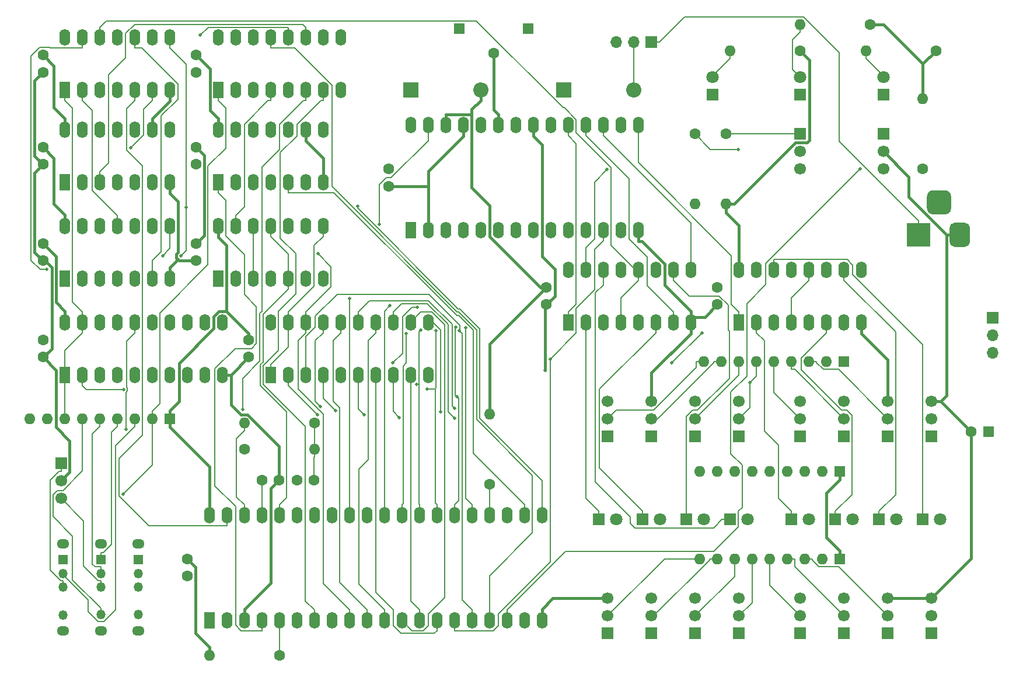
<source format=gbl>
G04 #@! TF.GenerationSoftware,KiCad,Pcbnew,(5.1.9)-1*
G04 #@! TF.CreationDate,2025-11-02T13:22:50+09:00*
G04 #@! TF.ProjectId,ECOM-800,45434f4d-2d38-4303-902e-6b696361645f,rev?*
G04 #@! TF.SameCoordinates,PX53920b0PY93c3260*
G04 #@! TF.FileFunction,Copper,L2,Bot*
G04 #@! TF.FilePolarity,Positive*
%FSLAX46Y46*%
G04 Gerber Fmt 4.6, Leading zero omitted, Abs format (unit mm)*
G04 Created by KiCad (PCBNEW (5.1.9)-1) date 2025-11-02 13:22:50*
%MOMM*%
%LPD*%
G01*
G04 APERTURE LIST*
G04 #@! TA.AperFunction,ComponentPad*
%ADD10C,1.600000*%
G04 #@! TD*
G04 #@! TA.AperFunction,ComponentPad*
%ADD11R,1.600000X1.600000*%
G04 #@! TD*
G04 #@! TA.AperFunction,ComponentPad*
%ADD12R,1.800000X1.800000*%
G04 #@! TD*
G04 #@! TA.AperFunction,ComponentPad*
%ADD13C,1.800000*%
G04 #@! TD*
G04 #@! TA.AperFunction,ComponentPad*
%ADD14R,3.500000X3.500000*%
G04 #@! TD*
G04 #@! TA.AperFunction,ComponentPad*
%ADD15O,1.600000X1.600000*%
G04 #@! TD*
G04 #@! TA.AperFunction,ComponentPad*
%ADD16R,1.700000X1.700000*%
G04 #@! TD*
G04 #@! TA.AperFunction,ComponentPad*
%ADD17O,1.700000X1.700000*%
G04 #@! TD*
G04 #@! TA.AperFunction,ComponentPad*
%ADD18C,1.700000*%
G04 #@! TD*
G04 #@! TA.AperFunction,ComponentPad*
%ADD19O,1.600000X2.400000*%
G04 #@! TD*
G04 #@! TA.AperFunction,ComponentPad*
%ADD20R,1.600000X2.400000*%
G04 #@! TD*
G04 #@! TA.AperFunction,ComponentPad*
%ADD21O,1.800000X1.350000*%
G04 #@! TD*
G04 #@! TA.AperFunction,ComponentPad*
%ADD22R,1.350000X1.350000*%
G04 #@! TD*
G04 #@! TA.AperFunction,ComponentPad*
%ADD23O,1.350000X1.350000*%
G04 #@! TD*
G04 #@! TA.AperFunction,ComponentPad*
%ADD24O,2.200000X2.200000*%
G04 #@! TD*
G04 #@! TA.AperFunction,ComponentPad*
%ADD25R,2.200000X2.200000*%
G04 #@! TD*
G04 #@! TA.AperFunction,ComponentPad*
%ADD26R,1.500000X1.500000*%
G04 #@! TD*
G04 #@! TA.AperFunction,ViaPad*
%ADD27C,0.500000*%
G04 #@! TD*
G04 #@! TA.AperFunction,Conductor*
%ADD28C,0.400000*%
G04 #@! TD*
G04 #@! TA.AperFunction,Conductor*
%ADD29C,0.200000*%
G04 #@! TD*
G04 APERTURE END LIST*
D10*
X9525000Y89575000D03*
X9525000Y92075000D03*
X9525000Y78740000D03*
X9525000Y76240000D03*
X31750000Y92075000D03*
X31750000Y89575000D03*
X30480000Y19050000D03*
X30480000Y16550000D03*
X31750000Y76240000D03*
X31750000Y78740000D03*
X9525000Y62270000D03*
X9525000Y64770000D03*
X59690000Y73065000D03*
X59690000Y75565000D03*
X31750000Y64770000D03*
X31750000Y62270000D03*
X82550000Y58420000D03*
X82550000Y55920000D03*
X107315000Y55920000D03*
X107315000Y58420000D03*
X39370000Y48300000D03*
X39370000Y50800000D03*
X9525000Y50800000D03*
X9525000Y48300000D03*
D11*
X146685000Y37465000D03*
D10*
X144185000Y37465000D03*
X48855000Y30480000D03*
X46355000Y30480000D03*
X43775000Y30480000D03*
X41275000Y30480000D03*
D12*
X106680000Y86360000D03*
D13*
X106680000Y88900000D03*
X119380000Y88900000D03*
D12*
X119380000Y86360000D03*
X131445000Y86360000D03*
D13*
X131445000Y88900000D03*
D12*
X90170000Y24765000D03*
D13*
X92710000Y24765000D03*
X99060000Y24765000D03*
D12*
X96520000Y24765000D03*
X102870000Y24765000D03*
D13*
X105410000Y24765000D03*
X111760000Y24765000D03*
D12*
X109220000Y24765000D03*
X118110000Y24765000D03*
D13*
X120650000Y24765000D03*
X127000000Y24765000D03*
D12*
X124460000Y24765000D03*
X130810000Y24765000D03*
D13*
X133350000Y24765000D03*
X139700000Y24765000D03*
D12*
X137160000Y24765000D03*
D14*
X136525000Y66040000D03*
G04 #@! TA.AperFunction,ComponentPad*
G36*
G01*
X144025000Y67040000D02*
X144025000Y65040000D01*
G75*
G02*
X143275000Y64290000I-750000J0D01*
G01*
X141775000Y64290000D01*
G75*
G02*
X141025000Y65040000I0J750000D01*
G01*
X141025000Y67040000D01*
G75*
G02*
X141775000Y67790000I750000J0D01*
G01*
X143275000Y67790000D01*
G75*
G02*
X144025000Y67040000I0J-750000D01*
G01*
G37*
G04 #@! TD.AperFunction*
G04 #@! TA.AperFunction,ComponentPad*
G36*
G01*
X141275000Y71615000D02*
X141275000Y69865000D01*
G75*
G02*
X140400000Y68990000I-875000J0D01*
G01*
X138650000Y68990000D01*
G75*
G02*
X137775000Y69865000I0J875000D01*
G01*
X137775000Y71615000D01*
G75*
G02*
X138650000Y72490000I875000J0D01*
G01*
X140400000Y72490000D01*
G75*
G02*
X141275000Y71615000I0J-875000D01*
G01*
G37*
G04 #@! TD.AperFunction*
D15*
X108585000Y70485000D03*
D10*
X108585000Y80645000D03*
D15*
X137160000Y85725000D03*
D10*
X137160000Y75565000D03*
X104140000Y80645000D03*
D15*
X104140000Y70485000D03*
X33655000Y5080000D03*
D10*
X43815000Y5080000D03*
X74295000Y29845000D03*
D15*
X74295000Y40005000D03*
X38735000Y38735000D03*
D10*
X48895000Y38735000D03*
X38735000Y34925000D03*
D15*
X48895000Y34925000D03*
X109220000Y92710000D03*
D10*
X119380000Y92710000D03*
X129540000Y96520000D03*
D15*
X119380000Y96520000D03*
X128905000Y92710000D03*
D10*
X139065000Y92710000D03*
D16*
X147320000Y53975000D03*
D17*
X147320000Y51435000D03*
X147320000Y48895000D03*
D16*
X12145000Y32915000D03*
D18*
X12145000Y30375000D03*
X12145000Y27835000D03*
D16*
X131445000Y80645000D03*
D18*
X131445000Y78105000D03*
X131445000Y75565000D03*
X119380000Y75565000D03*
X119380000Y78105000D03*
D16*
X119380000Y80645000D03*
D18*
X91440000Y13335000D03*
X91440000Y10795000D03*
D16*
X91440000Y8255000D03*
X97790000Y8255000D03*
D18*
X97790000Y10795000D03*
X97790000Y13335000D03*
D16*
X104140000Y8255000D03*
D18*
X104140000Y10795000D03*
X104140000Y13335000D03*
D16*
X110490000Y8255000D03*
D18*
X110490000Y10795000D03*
X110490000Y13335000D03*
X119380000Y13335000D03*
X119380000Y10795000D03*
D16*
X119380000Y8255000D03*
D18*
X125730000Y13335000D03*
X125730000Y10795000D03*
D16*
X125730000Y8255000D03*
X132080000Y8255000D03*
D18*
X132080000Y10795000D03*
X132080000Y13335000D03*
X138430000Y13335000D03*
X138430000Y10795000D03*
D16*
X138430000Y8255000D03*
X91440000Y36830000D03*
D18*
X91440000Y39370000D03*
X91440000Y41910000D03*
X97790000Y41910000D03*
X97790000Y39370000D03*
D16*
X97790000Y36830000D03*
D18*
X104140000Y41910000D03*
X104140000Y39370000D03*
D16*
X104140000Y36830000D03*
X110490000Y36830000D03*
D18*
X110490000Y39370000D03*
X110490000Y41910000D03*
X119380000Y41910000D03*
X119380000Y39370000D03*
D16*
X119380000Y36830000D03*
X125730000Y36830000D03*
D18*
X125730000Y39370000D03*
X125730000Y41910000D03*
X132080000Y41910000D03*
X132080000Y39370000D03*
D16*
X132080000Y36830000D03*
X138430000Y36830000D03*
D18*
X138430000Y39370000D03*
X138430000Y41910000D03*
D19*
X12700000Y94615000D03*
X27940000Y86995000D03*
X15240000Y94615000D03*
X25400000Y86995000D03*
X17780000Y94615000D03*
X22860000Y86995000D03*
X20320000Y94615000D03*
X20320000Y86995000D03*
X22860000Y94615000D03*
X17780000Y86995000D03*
X25400000Y94615000D03*
X15240000Y86995000D03*
X27940000Y94615000D03*
D20*
X12700000Y86995000D03*
X12700000Y73660000D03*
D19*
X27940000Y81280000D03*
X15240000Y73660000D03*
X25400000Y81280000D03*
X17780000Y73660000D03*
X22860000Y81280000D03*
X20320000Y73660000D03*
X20320000Y81280000D03*
X22860000Y73660000D03*
X17780000Y81280000D03*
X25400000Y73660000D03*
X15240000Y81280000D03*
X27940000Y73660000D03*
X12700000Y81280000D03*
D20*
X34925000Y86995000D03*
D19*
X52705000Y94615000D03*
X37465000Y86995000D03*
X50165000Y94615000D03*
X40005000Y86995000D03*
X47625000Y94615000D03*
X42545000Y86995000D03*
X45085000Y94615000D03*
X45085000Y86995000D03*
X42545000Y94615000D03*
X47625000Y86995000D03*
X40005000Y94615000D03*
X50165000Y86995000D03*
X37465000Y94615000D03*
X52705000Y86995000D03*
X34925000Y94615000D03*
D20*
X33655000Y10160000D03*
D19*
X81915000Y25400000D03*
X36195000Y10160000D03*
X79375000Y25400000D03*
X38735000Y10160000D03*
X76835000Y25400000D03*
X41275000Y10160000D03*
X74295000Y25400000D03*
X43815000Y10160000D03*
X71755000Y25400000D03*
X46355000Y10160000D03*
X69215000Y25400000D03*
X48895000Y10160000D03*
X66675000Y25400000D03*
X51435000Y10160000D03*
X64135000Y25400000D03*
X53975000Y10160000D03*
X61595000Y25400000D03*
X56515000Y10160000D03*
X59055000Y25400000D03*
X59055000Y10160000D03*
X56515000Y25400000D03*
X61595000Y10160000D03*
X53975000Y25400000D03*
X64135000Y10160000D03*
X51435000Y25400000D03*
X66675000Y10160000D03*
X48895000Y25400000D03*
X69215000Y10160000D03*
X46355000Y25400000D03*
X71755000Y10160000D03*
X43815000Y25400000D03*
X74295000Y10160000D03*
X41275000Y25400000D03*
X76835000Y10160000D03*
X38735000Y25400000D03*
X79375000Y10160000D03*
X36195000Y25400000D03*
X81915000Y10160000D03*
X33655000Y25400000D03*
D20*
X34925000Y73660000D03*
D19*
X50165000Y81280000D03*
X37465000Y73660000D03*
X47625000Y81280000D03*
X40005000Y73660000D03*
X45085000Y81280000D03*
X42545000Y73660000D03*
X42545000Y81280000D03*
X45085000Y73660000D03*
X40005000Y81280000D03*
X47625000Y73660000D03*
X37465000Y81280000D03*
X50165000Y73660000D03*
X34925000Y81280000D03*
D20*
X12700000Y59690000D03*
D19*
X27940000Y67310000D03*
X15240000Y59690000D03*
X25400000Y67310000D03*
X17780000Y59690000D03*
X22860000Y67310000D03*
X20320000Y59690000D03*
X20320000Y67310000D03*
X22860000Y59690000D03*
X17780000Y67310000D03*
X25400000Y59690000D03*
X15240000Y67310000D03*
X27940000Y59690000D03*
X12700000Y67310000D03*
X34925000Y67310000D03*
X50165000Y59690000D03*
X37465000Y67310000D03*
X47625000Y59690000D03*
X40005000Y67310000D03*
X45085000Y59690000D03*
X42545000Y67310000D03*
X42545000Y59690000D03*
X45085000Y67310000D03*
X40005000Y59690000D03*
X47625000Y67310000D03*
X37465000Y59690000D03*
X50165000Y67310000D03*
D20*
X34925000Y59690000D03*
X85725000Y53340000D03*
D19*
X103505000Y60960000D03*
X88265000Y53340000D03*
X100965000Y60960000D03*
X90805000Y53340000D03*
X98425000Y60960000D03*
X93345000Y53340000D03*
X95885000Y60960000D03*
X95885000Y53340000D03*
X93345000Y60960000D03*
X98425000Y53340000D03*
X90805000Y60960000D03*
X100965000Y53340000D03*
X88265000Y60960000D03*
X103505000Y53340000D03*
X85725000Y60960000D03*
X110490000Y60960000D03*
X128270000Y53340000D03*
X113030000Y60960000D03*
X125730000Y53340000D03*
X115570000Y60960000D03*
X123190000Y53340000D03*
X118110000Y60960000D03*
X120650000Y53340000D03*
X120650000Y60960000D03*
X118110000Y53340000D03*
X123190000Y60960000D03*
X115570000Y53340000D03*
X125730000Y60960000D03*
X113030000Y53340000D03*
X128270000Y60960000D03*
D20*
X110490000Y53340000D03*
D19*
X42545000Y53340000D03*
X65405000Y45720000D03*
X45085000Y53340000D03*
X62865000Y45720000D03*
X47625000Y53340000D03*
X60325000Y45720000D03*
X50165000Y53340000D03*
X57785000Y45720000D03*
X52705000Y53340000D03*
X55245000Y45720000D03*
X55245000Y53340000D03*
X52705000Y45720000D03*
X57785000Y53340000D03*
X50165000Y45720000D03*
X60325000Y53340000D03*
X47625000Y45720000D03*
X62865000Y53340000D03*
X45085000Y45720000D03*
X65405000Y53340000D03*
D20*
X42545000Y45720000D03*
X12700000Y45720000D03*
D19*
X35560000Y53340000D03*
X15240000Y45720000D03*
X33020000Y53340000D03*
X17780000Y45720000D03*
X30480000Y53340000D03*
X20320000Y45720000D03*
X27940000Y53340000D03*
X22860000Y45720000D03*
X25400000Y53340000D03*
X25400000Y45720000D03*
X22860000Y53340000D03*
X27940000Y45720000D03*
X20320000Y53340000D03*
X30480000Y45720000D03*
X17780000Y53340000D03*
X33020000Y45720000D03*
X15240000Y53340000D03*
X35560000Y45720000D03*
X12700000Y53340000D03*
D11*
X125095000Y31750000D03*
D15*
X122555000Y31750000D03*
X120015000Y31750000D03*
X117475000Y31750000D03*
X114935000Y31750000D03*
X112395000Y31750000D03*
X109855000Y31750000D03*
X107315000Y31750000D03*
X104775000Y31750000D03*
D11*
X125730000Y47625000D03*
D15*
X123190000Y47625000D03*
X120650000Y47625000D03*
X118110000Y47625000D03*
X115570000Y47625000D03*
X113030000Y47625000D03*
X110490000Y47625000D03*
X107950000Y47625000D03*
X105410000Y47625000D03*
X104775000Y19050000D03*
X107315000Y19050000D03*
X109855000Y19050000D03*
X112395000Y19050000D03*
X114935000Y19050000D03*
X117475000Y19050000D03*
X120015000Y19050000D03*
X122555000Y19050000D03*
D11*
X125095000Y19050000D03*
X27940000Y39370000D03*
D15*
X25400000Y39370000D03*
X22860000Y39370000D03*
X20320000Y39370000D03*
X17780000Y39370000D03*
X15240000Y39370000D03*
X12700000Y39370000D03*
X10160000Y39370000D03*
X7620000Y39370000D03*
D20*
X62865000Y66675000D03*
D19*
X95885000Y81915000D03*
X65405000Y66675000D03*
X93345000Y81915000D03*
X67945000Y66675000D03*
X90805000Y81915000D03*
X70485000Y66675000D03*
X88265000Y81915000D03*
X73025000Y66675000D03*
X85725000Y81915000D03*
X75565000Y66675000D03*
X83185000Y81915000D03*
X78105000Y66675000D03*
X80645000Y81915000D03*
X80645000Y66675000D03*
X78105000Y81915000D03*
X83185000Y66675000D03*
X75565000Y81915000D03*
X85725000Y66675000D03*
X73025000Y81915000D03*
X88265000Y66675000D03*
X70485000Y81915000D03*
X90805000Y66675000D03*
X67945000Y81915000D03*
X93345000Y66675000D03*
X65405000Y81915000D03*
X95885000Y66675000D03*
X62865000Y81915000D03*
D21*
X12446000Y21255000D03*
D22*
X12446000Y18955000D03*
D23*
X12446000Y16955000D03*
X12446000Y14955000D03*
X12446000Y10955000D03*
D21*
X12446000Y8655000D03*
X17907000Y8670000D03*
D23*
X17907000Y10970000D03*
X17907000Y14970000D03*
X17907000Y16970000D03*
D22*
X17907000Y18970000D03*
D21*
X17907000Y21270000D03*
X23368000Y21270000D03*
D22*
X23368000Y18970000D03*
D23*
X23368000Y16970000D03*
X23368000Y14970000D03*
X23368000Y10970000D03*
D21*
X23368000Y8670000D03*
D24*
X95250000Y86995000D03*
D25*
X85090000Y86995000D03*
X62865000Y86995000D03*
D24*
X73025000Y86995000D03*
D16*
X97790000Y93980000D03*
D17*
X95250000Y93980000D03*
X92710000Y93980000D03*
D10*
X74910000Y92365000D03*
D26*
X79910000Y95965000D03*
X69910000Y95965000D03*
D27*
X82361900Y46377900D03*
X128099700Y75565000D03*
X110377700Y78433800D03*
X10082300Y61048400D03*
X22258100Y78664400D03*
X29510000Y62957800D03*
X30317200Y70043300D03*
X55162900Y70193800D03*
X58309900Y67569400D03*
X26877700Y63002200D03*
X112061500Y44588700D03*
X21227200Y43629200D03*
X49309700Y39995000D03*
X51996900Y40515800D03*
X56113000Y39938500D03*
X61185900Y39567200D03*
X67237500Y40389900D03*
X69259200Y39446200D03*
X69247900Y40857900D03*
X49787700Y41166900D03*
X38477300Y40731000D03*
X32368100Y95000000D03*
X21138900Y28426500D03*
X49405300Y63299000D03*
X70821600Y52533700D03*
X69417500Y52639800D03*
X69542800Y42582300D03*
X65298300Y43687500D03*
X66567700Y52133400D03*
X64304600Y52241200D03*
X63711100Y44333600D03*
X62249100Y51763600D03*
X59864100Y55750800D03*
X21590000Y37860900D03*
X91368800Y75529200D03*
X54011700Y56790800D03*
X100760800Y47464200D03*
X105136300Y51839700D03*
X60299700Y47453700D03*
X63812100Y55517500D03*
X83090100Y48014600D03*
X69930800Y52153700D03*
D28*
X31750000Y78740000D02*
X32950400Y77539600D01*
X32950400Y77539600D02*
X32950400Y65970400D01*
X32950400Y65970400D02*
X31750000Y64770000D01*
X34925000Y81280000D02*
X34925000Y82880300D01*
X34925000Y82880300D02*
X33724600Y84080700D01*
X33724600Y84080700D02*
X33724600Y90100400D01*
X33724600Y90100400D02*
X31750000Y92075000D01*
X27940000Y40570300D02*
X29238800Y41869100D01*
X29238800Y41869100D02*
X29238800Y47421900D01*
X29238800Y47421900D02*
X34290000Y52473100D01*
X34290000Y52473100D02*
X34290000Y54172000D01*
X34290000Y54172000D02*
X35077100Y54959100D01*
X35077100Y54959100D02*
X36159800Y54959100D01*
X27940000Y39370000D02*
X27940000Y38169700D01*
X33655000Y27000300D02*
X33655000Y32454700D01*
X33655000Y32454700D02*
X27940000Y38169700D01*
X74295000Y40005000D02*
X74295000Y41205300D01*
X74295000Y41205300D02*
X74295000Y50165000D01*
X74295000Y50165000D02*
X82550000Y58420000D01*
X34925000Y67310000D02*
X34925000Y65709700D01*
X39370000Y50800000D02*
X39370000Y51748900D01*
X39370000Y51748900D02*
X36159800Y54959100D01*
X34925000Y65709700D02*
X36159800Y64474900D01*
X36159800Y64474900D02*
X36159800Y54959100D01*
X12700000Y54940300D02*
X11381300Y56259000D01*
X11381300Y56259000D02*
X11381300Y62913700D01*
X11381300Y62913700D02*
X9525000Y64770000D01*
X125095000Y19050000D02*
X125095000Y20250300D01*
X125095000Y31750000D02*
X125095000Y30549700D01*
X125095000Y30549700D02*
X123159600Y28614300D01*
X123159600Y28614300D02*
X123159600Y22185700D01*
X123159600Y22185700D02*
X125095000Y20250300D01*
X71728400Y83515300D02*
X71728400Y72863900D01*
X71728400Y72863900D02*
X74295000Y70297300D01*
X74295000Y70297300D02*
X74295000Y65774700D01*
X74295000Y65774700D02*
X81649700Y58420000D01*
X81649700Y58420000D02*
X82550000Y58420000D01*
X73025000Y85494700D02*
X71728400Y84198100D01*
X71728400Y84198100D02*
X71728400Y83515300D01*
X67945000Y83515300D02*
X71728400Y83515300D01*
X33655000Y5080000D02*
X33655000Y6280300D01*
X30480000Y19050000D02*
X31680400Y17849600D01*
X31680400Y17849600D02*
X31680400Y8254900D01*
X31680400Y8254900D02*
X33655000Y6280300D01*
X12700000Y67310000D02*
X12700000Y68910300D01*
X12700000Y68910300D02*
X11099700Y70510600D01*
X11099700Y70510600D02*
X11099700Y77165300D01*
X11099700Y77165300D02*
X9525000Y78740000D01*
X12700000Y53340000D02*
X12700000Y54940300D01*
X137160000Y90805000D02*
X137160000Y85725000D01*
X139065000Y92710000D02*
X137160000Y90805000D01*
X129540000Y96520000D02*
X131445000Y96520000D01*
X131445000Y96520000D02*
X137160000Y90805000D01*
X108585000Y70485000D02*
X109785300Y70485000D01*
X119380000Y92710000D02*
X120733000Y91357000D01*
X120733000Y91357000D02*
X120733000Y79714600D01*
X120733000Y79714600D02*
X120413000Y79394600D01*
X120413000Y79394600D02*
X118694900Y79394600D01*
X118694900Y79394600D02*
X109785300Y70485000D01*
X108585000Y70485000D02*
X108585000Y69284700D01*
X110490000Y60960000D02*
X110490000Y67379700D01*
X110490000Y67379700D02*
X108585000Y69284700D01*
X67945000Y81915000D02*
X67945000Y83515300D01*
X73025000Y86995000D02*
X73025000Y85494700D01*
X27940000Y39370000D02*
X27940000Y40570300D01*
X12700000Y81280000D02*
X12700000Y82880300D01*
X12700000Y82880300D02*
X11099700Y84480600D01*
X11099700Y84480600D02*
X11099700Y90500300D01*
X11099700Y90500300D02*
X9525000Y92075000D01*
X33655000Y25400000D02*
X33655000Y27000300D01*
X47625000Y81280000D02*
X47625000Y79679700D01*
X50165000Y73660000D02*
X50165000Y77139700D01*
X50165000Y77139700D02*
X47625000Y79679700D01*
X81915000Y10160000D02*
X81915000Y11760300D01*
X91440000Y13335000D02*
X83489700Y13335000D01*
X83489700Y13335000D02*
X81915000Y11760300D01*
X36790000Y45720000D02*
X36790000Y41429400D01*
X36790000Y41429400D02*
X38255100Y39964300D01*
X38255100Y39964300D02*
X39203400Y39964300D01*
X39203400Y39964300D02*
X43775000Y35392700D01*
X43775000Y35392700D02*
X43775000Y30480000D01*
X103505000Y53340000D02*
X103505000Y51739700D01*
X97790000Y41910000D02*
X97790000Y46024700D01*
X97790000Y46024700D02*
X103505000Y51739700D01*
X65405000Y73065000D02*
X65405000Y66675000D01*
X70485000Y80314700D02*
X65405000Y75234700D01*
X65405000Y75234700D02*
X65405000Y73065000D01*
X59690000Y73065000D02*
X65405000Y73065000D01*
X70485000Y81915000D02*
X70485000Y80314700D01*
X29099000Y62449300D02*
X29240700Y62307500D01*
X29240700Y62307500D02*
X29333400Y62307500D01*
X29333400Y62307500D02*
X29370900Y62270000D01*
X29370900Y62270000D02*
X31750000Y62270000D01*
X27940000Y72059700D02*
X29145300Y70854400D01*
X29145300Y70854400D02*
X29145300Y63512700D01*
X29145300Y63512700D02*
X28859700Y63227100D01*
X28859700Y63227100D02*
X28859700Y62688500D01*
X28859700Y62688500D02*
X29099000Y62449300D01*
X29099000Y62449300D02*
X27940000Y61290300D01*
X27940000Y59690000D02*
X27940000Y61290300D01*
X27940000Y73660000D02*
X27940000Y72059700D01*
X75565000Y81915000D02*
X75565000Y83515300D01*
X74910000Y92365000D02*
X74910000Y84170300D01*
X74910000Y84170300D02*
X75565000Y83515300D01*
X82550000Y55920000D02*
X82361900Y55731900D01*
X82361900Y55731900D02*
X82361900Y46377900D01*
X9525000Y48300000D02*
X10781000Y49556000D01*
X10781000Y49556000D02*
X10781000Y61269400D01*
X10781000Y61269400D02*
X9780400Y62270000D01*
X9780400Y62270000D02*
X9525000Y62270000D01*
X36790000Y45720000D02*
X39370000Y48300000D01*
X35560000Y45720000D02*
X36790000Y45720000D01*
X38735000Y11760300D02*
X42545000Y15570300D01*
X42545000Y15570300D02*
X42545000Y29250000D01*
X42545000Y29250000D02*
X43775000Y30480000D01*
X80645000Y81915000D02*
X80645000Y80314700D01*
X80645000Y80314700D02*
X81915000Y79044700D01*
X81915000Y79044700D02*
X81915000Y62922400D01*
X81915000Y62922400D02*
X83768400Y61069000D01*
X83768400Y61069000D02*
X83768400Y57138400D01*
X83768400Y57138400D02*
X82550000Y55920000D01*
X38735000Y10160000D02*
X38735000Y11760300D01*
X9525000Y48300000D02*
X11430000Y46395000D01*
X11430000Y46395000D02*
X11430000Y38144000D01*
X11430000Y38144000D02*
X13395400Y36178600D01*
X13395400Y36178600D02*
X13395400Y31625400D01*
X13395400Y31625400D02*
X12145000Y30375000D01*
X9525000Y76240000D02*
X8313600Y77451400D01*
X8313600Y77451400D02*
X8313600Y88363600D01*
X8313600Y88363600D02*
X9525000Y89575000D01*
X9525000Y76240000D02*
X8312300Y75027300D01*
X8312300Y75027300D02*
X8312300Y63482700D01*
X8312300Y63482700D02*
X9525000Y62270000D01*
X27940000Y85394700D02*
X27914400Y85394700D01*
X27914400Y85394700D02*
X25400000Y82880300D01*
X140616600Y66040000D02*
X142525000Y66040000D01*
X131445000Y78105000D02*
X135125000Y74425000D01*
X135125000Y74425000D02*
X135125000Y71531600D01*
X135125000Y71531600D02*
X140616600Y66040000D01*
X140616600Y66040000D02*
X140616600Y42786600D01*
X140616600Y42786600D02*
X139740000Y41910000D01*
X139740000Y41910000D02*
X144185000Y37465000D01*
X138430000Y41910000D02*
X139740000Y41910000D01*
X138430000Y13335000D02*
X144185000Y19090000D01*
X144185000Y19090000D02*
X144185000Y37465000D01*
X132080000Y13335000D02*
X138430000Y13335000D01*
X25400000Y81280000D02*
X25400000Y82880300D01*
X27940000Y86995000D02*
X27940000Y85394700D01*
X103505000Y54140200D02*
X105535200Y54140200D01*
X105535200Y54140200D02*
X107315000Y55920000D01*
X103505000Y54140200D02*
X103505000Y54940300D01*
X103505000Y53340000D02*
X103505000Y54140200D01*
X128270000Y53340000D02*
X128270000Y51739700D01*
X128270000Y51739700D02*
X132080000Y47929700D01*
X132080000Y47929700D02*
X132080000Y41910000D01*
X95885000Y66675000D02*
X95885000Y65074700D01*
X95885000Y65074700D02*
X96410100Y65074700D01*
X96410100Y65074700D02*
X99695000Y61789800D01*
X99695000Y61789800D02*
X99695000Y58750300D01*
X99695000Y58750300D02*
X103505000Y54940300D01*
D29*
X15240000Y86995000D02*
X15240000Y85494700D01*
X20320000Y67310000D02*
X20320000Y68810300D01*
X20320000Y68810300D02*
X16679600Y72450700D01*
X16679600Y72450700D02*
X16679600Y84055100D01*
X16679600Y84055100D02*
X15240000Y85494700D01*
X40005000Y67310000D02*
X40005000Y59690000D01*
X109220000Y92710000D02*
X109220000Y91609700D01*
X109220000Y91609700D02*
X106680000Y89069700D01*
X106680000Y89069700D02*
X106680000Y88900000D01*
X119380000Y96520000D02*
X119380000Y95419700D01*
X119380000Y95419700D02*
X118279200Y94318900D01*
X118279200Y94318900D02*
X118279200Y90000800D01*
X118279200Y90000800D02*
X119380000Y88900000D01*
X128905000Y92710000D02*
X128905000Y91609700D01*
X128905000Y91609700D02*
X131445000Y89069700D01*
X131445000Y89069700D02*
X131445000Y88900000D01*
X90170000Y24765000D02*
X90170000Y25965300D01*
X88265000Y53340000D02*
X88265000Y27870300D01*
X88265000Y27870300D02*
X90170000Y25965300D01*
X96520000Y24765000D02*
X96520000Y25965300D01*
X98425000Y53340000D02*
X98425000Y51839700D01*
X98425000Y51839700D02*
X90263800Y43678500D01*
X90263800Y43678500D02*
X90263800Y32221500D01*
X90263800Y32221500D02*
X96520000Y25965300D01*
X100965000Y60960000D02*
X100965000Y59459700D01*
X100965000Y59459700D02*
X103254700Y57170000D01*
X103254700Y57170000D02*
X107636200Y57170000D01*
X107636200Y57170000D02*
X108934900Y55871300D01*
X108934900Y55871300D02*
X108934900Y52213100D01*
X108934900Y52213100D02*
X109077400Y52070600D01*
X109077400Y52070600D02*
X109077400Y45215500D01*
X109077400Y45215500D02*
X104501900Y40640000D01*
X104501900Y40640000D02*
X103777000Y40640000D01*
X103777000Y40640000D02*
X102870000Y39733000D01*
X102870000Y39733000D02*
X102870000Y24765000D01*
X109220000Y24765000D02*
X108019700Y24765000D01*
X90805000Y60960000D02*
X90805000Y58787700D01*
X90805000Y58787700D02*
X89643400Y57626100D01*
X89643400Y57626100D02*
X89643400Y30227300D01*
X89643400Y30227300D02*
X94756700Y25114000D01*
X94756700Y25114000D02*
X94756700Y24242400D01*
X94756700Y24242400D02*
X95434400Y23564700D01*
X95434400Y23564700D02*
X106819400Y23564700D01*
X106819400Y23564700D02*
X108019700Y24765000D01*
X118110000Y25965300D02*
X116205000Y27870300D01*
X116205000Y27870300D02*
X116205000Y35523100D01*
X116205000Y35523100D02*
X114162400Y37565700D01*
X114162400Y37565700D02*
X114162400Y50707300D01*
X114162400Y50707300D02*
X113030000Y51839700D01*
X118110000Y24765000D02*
X118110000Y25965300D01*
X113030000Y53340000D02*
X113030000Y51839700D01*
X97790000Y93980000D02*
X98940300Y93980000D01*
X136525000Y66040000D02*
X136525000Y68090300D01*
X136525000Y68090300D02*
X125046300Y79569000D01*
X125046300Y79569000D02*
X125046300Y92432600D01*
X125046300Y92432600D02*
X119858200Y97620700D01*
X119858200Y97620700D02*
X102581000Y97620700D01*
X102581000Y97620700D02*
X98940300Y93980000D01*
X119380000Y80645000D02*
X108585000Y80645000D01*
X76835000Y11660300D02*
X85325100Y20150400D01*
X85325100Y20150400D02*
X106846500Y20150400D01*
X106846500Y20150400D02*
X110420400Y23724300D01*
X110420400Y23724300D02*
X110420400Y25965400D01*
X110420400Y25965400D02*
X110959800Y26504800D01*
X110959800Y26504800D02*
X110959800Y32644800D01*
X110959800Y32644800D02*
X109298300Y34306300D01*
X109298300Y34306300D02*
X109298300Y43260400D01*
X109298300Y43260400D02*
X111618400Y45580500D01*
X111618400Y45580500D02*
X111618400Y56056400D01*
X111618400Y56056400D02*
X114386400Y58824400D01*
X114386400Y58824400D02*
X114386400Y61851700D01*
X114386400Y61851700D02*
X128099700Y75565000D01*
X76835000Y10160000D02*
X76835000Y11660300D01*
X48895000Y34925000D02*
X48895000Y33824700D01*
X48895000Y33824700D02*
X48855000Y33784700D01*
X48855000Y33784700D02*
X48855000Y30480000D01*
X48895000Y34925000D02*
X48895000Y38735000D01*
X41275000Y25400000D02*
X41275000Y30480000D01*
X124460000Y24765000D02*
X124460000Y25965300D01*
X123190000Y53340000D02*
X123190000Y51839700D01*
X123190000Y51839700D02*
X119542000Y48191700D01*
X119542000Y48191700D02*
X119542000Y46466100D01*
X119542000Y46466100D02*
X125368100Y40640000D01*
X125368100Y40640000D02*
X126124300Y40640000D01*
X126124300Y40640000D02*
X126880400Y39883900D01*
X126880400Y39883900D02*
X126880400Y28385700D01*
X126880400Y28385700D02*
X124460000Y25965300D01*
X125730000Y59459700D02*
X133244500Y51945200D01*
X133244500Y51945200D02*
X133244500Y28399800D01*
X133244500Y28399800D02*
X130810000Y25965300D01*
X130810000Y24765000D02*
X130810000Y25965300D01*
X125730000Y60960000D02*
X125730000Y59459700D01*
X115570000Y60960000D02*
X115570000Y62460300D01*
X115570000Y62460300D02*
X126198600Y62460300D01*
X126198600Y62460300D02*
X127000000Y61658900D01*
X127000000Y61658900D02*
X127000000Y60251600D01*
X127000000Y60251600D02*
X137160000Y50091600D01*
X137160000Y50091600D02*
X137160000Y24765000D01*
X104140000Y80645000D02*
X106351200Y78433800D01*
X106351200Y78433800D02*
X110377700Y78433800D01*
X43815000Y10160000D02*
X43815000Y5080000D01*
X74295000Y25400000D02*
X74295000Y29845000D01*
X38735000Y38735000D02*
X38735000Y37634700D01*
X38735000Y25400000D02*
X38735000Y26900300D01*
X38735000Y26900300D02*
X37594700Y28040600D01*
X37594700Y28040600D02*
X37594700Y36494400D01*
X37594700Y36494400D02*
X38735000Y37634700D01*
X12145000Y32915000D02*
X12145000Y31764700D01*
X12446000Y14955000D02*
X12446000Y15930300D01*
X12446000Y15930300D02*
X12080300Y15930300D01*
X12080300Y15930300D02*
X10568800Y17441800D01*
X10568800Y17441800D02*
X10568800Y30476100D01*
X10568800Y30476100D02*
X11857400Y31764700D01*
X11857400Y31764700D02*
X12145000Y31764700D01*
X17907000Y14970000D02*
X17907000Y15945300D01*
X17907000Y15945300D02*
X17541300Y15945300D01*
X17541300Y15945300D02*
X15419200Y18067400D01*
X15419200Y18067400D02*
X15419200Y24560800D01*
X15419200Y24560800D02*
X12145000Y27835000D01*
X15240000Y94615000D02*
X15240000Y93114700D01*
X15240000Y93114700D02*
X10595500Y93114700D01*
X10595500Y93114700D02*
X10496300Y93213900D01*
X10496300Y93213900D02*
X9045100Y93213900D01*
X9045100Y93213900D02*
X7811900Y91980700D01*
X7811900Y91980700D02*
X7811900Y62335200D01*
X7811900Y62335200D02*
X9098700Y61048400D01*
X9098700Y61048400D02*
X10082300Y61048400D01*
X25400000Y85494700D02*
X24130000Y84224700D01*
X24130000Y84224700D02*
X24130000Y80536300D01*
X24130000Y80536300D02*
X22258100Y78664400D01*
X25400000Y86995000D02*
X25400000Y85494700D01*
X17780000Y94615000D02*
X17780000Y96115300D01*
X95885000Y60526500D02*
X91919200Y64492300D01*
X91919200Y64492300D02*
X91919200Y75765900D01*
X91919200Y75765900D02*
X86869900Y80815200D01*
X86869900Y80815200D02*
X86869900Y82729700D01*
X86869900Y82729700D02*
X85136100Y84463500D01*
X85136100Y84463500D02*
X84988400Y84463500D01*
X84988400Y84463500D02*
X72401300Y97050600D01*
X72401300Y97050600D02*
X18715300Y97050600D01*
X18715300Y97050600D02*
X17780000Y96115300D01*
X95885000Y60526500D02*
X95885000Y59459700D01*
X95885000Y60960000D02*
X95885000Y60526500D01*
X93345000Y53340000D02*
X93345000Y56919700D01*
X93345000Y56919700D02*
X95885000Y59459700D01*
X120650000Y60960000D02*
X120650000Y59459700D01*
X118110000Y53340000D02*
X118110000Y56919700D01*
X118110000Y56919700D02*
X120650000Y59459700D01*
X22860000Y86995000D02*
X22860000Y85494700D01*
X36195000Y25400000D02*
X36195000Y23899700D01*
X36195000Y23899700D02*
X24874800Y23899700D01*
X24874800Y23899700D02*
X20549800Y28224700D01*
X20549800Y28224700D02*
X20549800Y33582700D01*
X20549800Y33582700D02*
X23960400Y36993300D01*
X23960400Y36993300D02*
X23960400Y76026000D01*
X23960400Y76026000D02*
X21690400Y78296000D01*
X21690400Y78296000D02*
X21690400Y84325100D01*
X21690400Y84325100D02*
X22860000Y85494700D01*
X22860000Y93114700D02*
X23838100Y93114700D01*
X23838100Y93114700D02*
X29097500Y87855300D01*
X29097500Y87855300D02*
X29097500Y85711300D01*
X29097500Y85711300D02*
X26670000Y83283800D01*
X26670000Y83283800D02*
X26670000Y63572700D01*
X26670000Y63572700D02*
X25400000Y62302700D01*
X25400000Y62302700D02*
X25400000Y61190300D01*
X22860000Y94615000D02*
X22860000Y93114700D01*
X25400000Y59690000D02*
X25400000Y61190300D01*
X30317200Y70043300D02*
X30317200Y90737500D01*
X30317200Y90737500D02*
X27940000Y93114700D01*
X29510000Y62957800D02*
X30317200Y63765000D01*
X30317200Y63765000D02*
X30317200Y70043300D01*
X27940000Y94615000D02*
X27940000Y93114700D01*
X17780000Y75160300D02*
X19050000Y76430300D01*
X19050000Y76430300D02*
X19050000Y89217000D01*
X19050000Y89217000D02*
X21490300Y91657300D01*
X21490300Y91657300D02*
X21490300Y95207000D01*
X21490300Y95207000D02*
X22807700Y96524400D01*
X22807700Y96524400D02*
X47215900Y96524400D01*
X47215900Y96524400D02*
X47625000Y96115300D01*
X17780000Y73660000D02*
X17780000Y75160300D01*
X47625000Y94615000D02*
X47625000Y96115300D01*
X37465000Y67310000D02*
X37465000Y68810300D01*
X42545000Y86995000D02*
X42545000Y85494700D01*
X42545000Y85494700D02*
X42169900Y85494700D01*
X42169900Y85494700D02*
X38735000Y82059800D01*
X38735000Y82059800D02*
X38735000Y70080300D01*
X38735000Y70080300D02*
X37465000Y68810300D01*
X74295000Y10160000D02*
X74295000Y16617800D01*
X74295000Y16617800D02*
X80507700Y22830500D01*
X80507700Y22830500D02*
X80507700Y31190000D01*
X80507700Y31190000D02*
X72455100Y39242600D01*
X72455100Y39242600D02*
X72455100Y52259900D01*
X72455100Y52259900D02*
X69834100Y54880900D01*
X69834100Y54880900D02*
X69621800Y54880900D01*
X69621800Y54880900D02*
X51435000Y73067700D01*
X51435000Y73067700D02*
X51435000Y87720900D01*
X51435000Y87720900D02*
X46041200Y93114700D01*
X46041200Y93114700D02*
X42545000Y93114700D01*
X42545000Y94615000D02*
X42545000Y93114700D01*
X50165000Y86995000D02*
X50165000Y85494700D01*
X48895000Y10160000D02*
X48895000Y11660300D01*
X48895000Y11660300D02*
X47605000Y12950300D01*
X47605000Y12950300D02*
X47605000Y38235300D01*
X47605000Y38235300D02*
X41444700Y44395600D01*
X41444700Y44395600D02*
X41444700Y47044400D01*
X41444700Y47044400D02*
X43645400Y49245100D01*
X43645400Y49245100D02*
X43645400Y54930300D01*
X43645400Y54930300D02*
X46187900Y57472800D01*
X46187900Y57472800D02*
X46187900Y63291700D01*
X46187900Y63291700D02*
X43944400Y65535200D01*
X43944400Y65535200D02*
X43944400Y77939200D01*
X43944400Y77939200D02*
X46355000Y80349800D01*
X46355000Y80349800D02*
X46355000Y82026700D01*
X46355000Y82026700D02*
X49823000Y85494700D01*
X49823000Y85494700D02*
X50165000Y85494700D01*
X81915000Y25400000D02*
X81915000Y30388600D01*
X81915000Y30388600D02*
X72855400Y39448200D01*
X72855400Y39448200D02*
X72855400Y52433600D01*
X72855400Y52433600D02*
X70007800Y55281200D01*
X70007800Y55281200D02*
X69787900Y55281200D01*
X69787900Y55281200D02*
X55162900Y69906200D01*
X55162900Y69906200D02*
X55162900Y70193800D01*
X45085000Y73660000D02*
X45085000Y72159700D01*
X79375000Y25400000D02*
X79375000Y26900300D01*
X79375000Y26900300D02*
X71913400Y34361900D01*
X71913400Y34361900D02*
X71913400Y52235500D01*
X71913400Y52235500D02*
X69809900Y54339000D01*
X69809900Y54339000D02*
X69541700Y54339000D01*
X69541700Y54339000D02*
X51721000Y72159700D01*
X51721000Y72159700D02*
X45085000Y72159700D01*
X34925000Y72159700D02*
X36025300Y71059400D01*
X36025300Y71059400D02*
X36025300Y65854900D01*
X36025300Y65854900D02*
X38735000Y63145200D01*
X38735000Y63145200D02*
X38735000Y57366900D01*
X38735000Y57366900D02*
X40483000Y55618900D01*
X40483000Y55618900D02*
X40483000Y50295700D01*
X40483000Y50295700D02*
X39737300Y49550000D01*
X39737300Y49550000D02*
X37378200Y49550000D01*
X37378200Y49550000D02*
X34457000Y46628800D01*
X34457000Y46628800D02*
X34457000Y29637700D01*
X34457000Y29637700D02*
X37465000Y26629700D01*
X37465000Y26629700D02*
X37465000Y9451700D01*
X37465000Y9451700D02*
X38257000Y8659700D01*
X38257000Y8659700D02*
X41275000Y8659700D01*
X34925000Y73660000D02*
X34925000Y72159700D01*
X41275000Y10160000D02*
X41275000Y8659700D01*
X45085000Y58189700D02*
X41444700Y54549400D01*
X41444700Y54549400D02*
X41444700Y47610500D01*
X41444700Y47610500D02*
X41044400Y47210200D01*
X41044400Y47210200D02*
X41044400Y44229800D01*
X41044400Y44229800D02*
X44877900Y40396300D01*
X44877900Y40396300D02*
X44877900Y27963200D01*
X44877900Y27963200D02*
X43815000Y26900300D01*
X45085000Y59690000D02*
X45085000Y58189700D01*
X43815000Y25400000D02*
X43815000Y26900300D01*
X42545000Y65809700D02*
X45085000Y63269700D01*
X45085000Y63269700D02*
X45085000Y59690000D01*
X42545000Y67310000D02*
X42545000Y65809700D01*
X65405000Y81915000D02*
X65405000Y79688700D01*
X65405000Y79688700D02*
X60031300Y74315000D01*
X60031300Y74315000D02*
X59310500Y74315000D01*
X59310500Y74315000D02*
X58309900Y73314400D01*
X58309900Y73314400D02*
X58309900Y67569400D01*
X26877700Y63002200D02*
X27940000Y64064500D01*
X27940000Y64064500D02*
X27940000Y67310000D01*
X42545000Y45720000D02*
X42545000Y47220300D01*
X42545000Y47220300D02*
X45085000Y49760300D01*
X45085000Y49760300D02*
X45085000Y51839700D01*
X50165000Y65809700D02*
X48855000Y64499700D01*
X48855000Y64499700D02*
X48855000Y58610300D01*
X48855000Y58610300D02*
X45085000Y54840300D01*
X50165000Y67310000D02*
X50165000Y65809700D01*
X45085000Y53340000D02*
X45085000Y54840300D01*
X45085000Y52589900D02*
X45085000Y53340000D01*
X45085000Y52589900D02*
X45085000Y51839700D01*
X120650000Y47625000D02*
X121750300Y47625000D01*
X121750300Y47625000D02*
X121750300Y47487300D01*
X121750300Y47487300D02*
X122712900Y46524700D01*
X122712900Y46524700D02*
X124925300Y46524700D01*
X124925300Y46524700D02*
X132080000Y39370000D01*
X118110000Y47625000D02*
X118110000Y46524700D01*
X118110000Y46524700D02*
X118575300Y46524700D01*
X118575300Y46524700D02*
X125730000Y39370000D01*
X115570000Y47625000D02*
X115570000Y43180000D01*
X115570000Y43180000D02*
X119380000Y39370000D01*
X110490000Y39370000D02*
X112061500Y40941500D01*
X112061500Y40941500D02*
X112061500Y44588700D01*
X112061500Y44588700D02*
X113030000Y45557200D01*
X113030000Y45557200D02*
X113030000Y47625000D01*
X110490000Y47625000D02*
X110490000Y46524700D01*
X110490000Y46524700D02*
X110490000Y45720000D01*
X110490000Y45720000D02*
X104140000Y39370000D01*
X107950000Y47625000D02*
X106849700Y47625000D01*
X106849700Y47625000D02*
X106849700Y47487500D01*
X106849700Y47487500D02*
X98732200Y39370000D01*
X98732200Y39370000D02*
X97790000Y39370000D01*
X15240000Y45720000D02*
X15240000Y44219700D01*
X21227200Y43629200D02*
X15830500Y43629200D01*
X15830500Y43629200D02*
X15240000Y44219700D01*
X105410000Y47625000D02*
X104309700Y47625000D01*
X104309700Y47625000D02*
X104309700Y46799800D01*
X104309700Y46799800D02*
X98149900Y40640000D01*
X98149900Y40640000D02*
X92710000Y40640000D01*
X92710000Y40640000D02*
X91440000Y39370000D01*
X45085000Y44219700D02*
X49309700Y39995000D01*
X45085000Y45720000D02*
X45085000Y44219700D01*
X104775000Y19050000D02*
X99695000Y19050000D01*
X99695000Y19050000D02*
X91440000Y10795000D01*
X51996900Y40515800D02*
X50165000Y42347700D01*
X50165000Y42347700D02*
X50165000Y45720000D01*
X107315000Y19050000D02*
X106214700Y19050000D01*
X106214700Y19050000D02*
X106214700Y18912500D01*
X106214700Y18912500D02*
X98097200Y10795000D01*
X98097200Y10795000D02*
X97790000Y10795000D01*
X55245000Y45720000D02*
X55245000Y40806500D01*
X55245000Y40806500D02*
X56113000Y39938500D01*
X109855000Y19050000D02*
X109855000Y16510000D01*
X109855000Y16510000D02*
X104140000Y10795000D01*
X60325000Y44219700D02*
X60325000Y40428100D01*
X60325000Y40428100D02*
X61185900Y39567200D01*
X60325000Y45720000D02*
X60325000Y44219700D01*
X110490000Y10795000D02*
X112395000Y12700000D01*
X112395000Y12700000D02*
X112395000Y19050000D01*
X65405000Y53340000D02*
X66139400Y53340000D01*
X66139400Y53340000D02*
X67237500Y52241900D01*
X67237500Y52241900D02*
X67237500Y40389900D01*
X114935000Y19050000D02*
X114935000Y15240000D01*
X114935000Y15240000D02*
X119380000Y10795000D01*
X60325000Y54840300D02*
X61557700Y56073000D01*
X61557700Y56073000D02*
X65295900Y56073000D01*
X65295900Y56073000D02*
X68319000Y53049900D01*
X68319000Y53049900D02*
X68319000Y40386400D01*
X68319000Y40386400D02*
X69259200Y39446200D01*
X60325000Y53340000D02*
X60325000Y54840300D01*
X117475000Y19050000D02*
X118575300Y19050000D01*
X118575300Y19050000D02*
X118575300Y17949700D01*
X118575300Y17949700D02*
X125730000Y10795000D01*
X55245000Y54840300D02*
X56889900Y56485200D01*
X56889900Y56485200D02*
X65450100Y56485200D01*
X65450100Y56485200D02*
X68867200Y53068100D01*
X68867200Y53068100D02*
X68867200Y41238600D01*
X68867200Y41238600D02*
X69247900Y40857900D01*
X55245000Y53340000D02*
X55245000Y54840300D01*
X120015000Y19050000D02*
X121115300Y19050000D01*
X121115300Y19050000D02*
X121115300Y18912300D01*
X121115300Y18912300D02*
X122077900Y17949700D01*
X122077900Y17949700D02*
X124925300Y17949700D01*
X124925300Y17949700D02*
X132080000Y10795000D01*
X50165000Y53340000D02*
X50165000Y51839700D01*
X49787700Y41166900D02*
X49036800Y41917800D01*
X49036800Y41917800D02*
X49036800Y50711500D01*
X49036800Y50711500D02*
X50165000Y51839700D01*
X47625000Y85494700D02*
X47283000Y85494700D01*
X47283000Y85494700D02*
X43815000Y82026700D01*
X43815000Y82026700D02*
X43815000Y78376100D01*
X43815000Y78376100D02*
X41275000Y75836100D01*
X41275000Y75836100D02*
X41275000Y54946000D01*
X41275000Y54946000D02*
X40990000Y54661000D01*
X40990000Y54661000D02*
X40990000Y47721900D01*
X40990000Y47721900D02*
X38477300Y45209200D01*
X38477300Y45209200D02*
X38477300Y40731000D01*
X47625000Y86995000D02*
X47625000Y85494700D01*
X22860000Y39370000D02*
X22860000Y38269700D01*
X12446000Y16955000D02*
X12446000Y16787600D01*
X12446000Y16787600D02*
X16092500Y13141100D01*
X16092500Y13141100D02*
X16092500Y11391200D01*
X16092500Y11391200D02*
X17515800Y9967900D01*
X17515800Y9967900D02*
X18375600Y9967900D01*
X18375600Y9967900D02*
X20068400Y11660700D01*
X20068400Y11660700D02*
X20068400Y35478100D01*
X20068400Y35478100D02*
X22860000Y38269700D01*
X20320000Y38269700D02*
X19463900Y37413600D01*
X19463900Y37413600D02*
X19463900Y21136500D01*
X19463900Y21136500D02*
X18272700Y19945300D01*
X18272700Y19945300D02*
X17907000Y19945300D01*
X20320000Y39370000D02*
X20320000Y38269700D01*
X17907000Y18970000D02*
X17907000Y19945300D01*
X17780000Y39370000D02*
X17780000Y38269700D01*
X17907000Y16970000D02*
X17907000Y17945300D01*
X17907000Y17945300D02*
X17053600Y17945300D01*
X17053600Y17945300D02*
X16700400Y18298500D01*
X16700400Y18298500D02*
X16700400Y37190100D01*
X16700400Y37190100D02*
X17780000Y38269700D01*
X17907000Y10970000D02*
X17907000Y11945300D01*
X17907000Y11945300D02*
X13818600Y16033700D01*
X13818600Y16033700D02*
X13818600Y22376000D01*
X13818600Y22376000D02*
X10994700Y25199900D01*
X10994700Y25199900D02*
X10994700Y28382100D01*
X10994700Y28382100D02*
X11605700Y28993100D01*
X11605700Y28993100D02*
X12407200Y28993100D01*
X12407200Y28993100D02*
X15240000Y31825900D01*
X15240000Y31825900D02*
X15240000Y39370000D01*
X15240000Y53340000D02*
X15240000Y51839700D01*
X12700000Y45720000D02*
X12700000Y49299700D01*
X12700000Y49299700D02*
X15240000Y51839700D01*
X12700000Y39370000D02*
X12700000Y45720000D01*
X12700000Y86995000D02*
X12700000Y85494700D01*
X15240000Y53340000D02*
X15240000Y54840300D01*
X15240000Y54840300D02*
X13800300Y56280000D01*
X13800300Y56280000D02*
X13800300Y84394400D01*
X13800300Y84394400D02*
X12700000Y85494700D01*
X45085000Y94615000D02*
X45085000Y96115300D01*
X45085000Y96115300D02*
X33483400Y96115300D01*
X33483400Y96115300D02*
X32368100Y95000000D01*
X25400000Y39370000D02*
X25400000Y40470300D01*
X25400000Y40470300D02*
X26500300Y41570600D01*
X26500300Y41570600D02*
X26500300Y54731100D01*
X26500300Y54731100D02*
X33450800Y61681600D01*
X33450800Y61681600D02*
X33450800Y76016700D01*
X33450800Y76016700D02*
X36025300Y78591200D01*
X36025300Y78591200D02*
X36025300Y84394400D01*
X36025300Y84394400D02*
X34925000Y85494700D01*
X21138900Y28426500D02*
X25400000Y32687600D01*
X25400000Y32687600D02*
X25400000Y39370000D01*
X34925000Y86995000D02*
X34925000Y85494700D01*
X85725000Y80414700D02*
X86870100Y79269600D01*
X86870100Y79269600D02*
X86870100Y55985400D01*
X86870100Y55985400D02*
X85725000Y54840300D01*
X47625000Y51839700D02*
X46513700Y50728400D01*
X46513700Y50728400D02*
X46513700Y43662700D01*
X46513700Y43662700D02*
X50165000Y40011400D01*
X50165000Y40011400D02*
X50165000Y15470300D01*
X50165000Y15470300D02*
X53975000Y11660300D01*
X47625000Y54840300D02*
X51305100Y58520400D01*
X51305100Y58520400D02*
X51305100Y61399200D01*
X51305100Y61399200D02*
X49405300Y63299000D01*
X47625000Y53340000D02*
X47625000Y54840300D01*
X47625000Y52961700D02*
X47625000Y53340000D01*
X47625000Y52961700D02*
X47625000Y51839700D01*
X53975000Y10160000D02*
X53975000Y11660300D01*
X85725000Y53340000D02*
X85725000Y54840300D01*
X85725000Y81915000D02*
X85725000Y80414700D01*
X71755000Y26900300D02*
X70821600Y27833700D01*
X70821600Y27833700D02*
X70821600Y52533700D01*
X71755000Y25400000D02*
X71755000Y26900300D01*
X69417500Y52639800D02*
X69344700Y52567000D01*
X69344700Y52567000D02*
X69344700Y42780400D01*
X69344700Y42780400D02*
X69542800Y42582300D01*
X69215000Y26900300D02*
X69814100Y27499400D01*
X69814100Y27499400D02*
X69814100Y42311000D01*
X69814100Y42311000D02*
X69542800Y42582300D01*
X69215000Y25400000D02*
X69215000Y26900300D01*
X66424400Y43687500D02*
X66424400Y27150900D01*
X66424400Y27150900D02*
X66675000Y26900300D01*
X66567700Y52133400D02*
X66567700Y43830800D01*
X66567700Y43830800D02*
X66424400Y43687500D01*
X66424400Y43687500D02*
X65298300Y43687500D01*
X66675000Y25400000D02*
X66675000Y26900300D01*
X64071700Y44333600D02*
X64071700Y52008300D01*
X64071700Y52008300D02*
X64304600Y52241200D01*
X64071700Y44333600D02*
X64071700Y26963600D01*
X64071700Y26963600D02*
X64135000Y26900300D01*
X63711100Y44333600D02*
X64071700Y44333600D01*
X64135000Y25400000D02*
X64135000Y26900300D01*
X61595000Y26900300D02*
X61750000Y27055300D01*
X61750000Y27055300D02*
X61750000Y47015700D01*
X61750000Y47015700D02*
X62249100Y47514800D01*
X62249100Y47514800D02*
X62249100Y51763600D01*
X61595000Y25400000D02*
X61595000Y26900300D01*
X56515000Y11660300D02*
X52547300Y15628000D01*
X52547300Y15628000D02*
X52547300Y40951400D01*
X52547300Y40951400D02*
X51604400Y41894300D01*
X51604400Y41894300D02*
X51604400Y50739100D01*
X51604400Y50739100D02*
X52705000Y51839700D01*
X100965000Y53340000D02*
X100965000Y54840300D01*
X88265000Y81915000D02*
X88265000Y80414700D01*
X88265000Y80414700D02*
X94537100Y74142600D01*
X94537100Y74142600D02*
X94537100Y65452400D01*
X94537100Y65452400D02*
X97155000Y62834500D01*
X97155000Y62834500D02*
X97155000Y58650300D01*
X97155000Y58650300D02*
X100965000Y54840300D01*
X56515000Y10160000D02*
X56515000Y11660300D01*
X52705000Y53340000D02*
X52705000Y51839700D01*
X59864100Y55750800D02*
X59055000Y54941700D01*
X59055000Y54941700D02*
X59055000Y25400000D01*
X59055000Y10160000D02*
X59055000Y11660300D01*
X57785000Y53340000D02*
X57785000Y51839700D01*
X57785000Y51839700D02*
X56675200Y50729900D01*
X56675200Y50729900D02*
X56675200Y33453800D01*
X56675200Y33453800D02*
X55334400Y32113000D01*
X55334400Y32113000D02*
X55334400Y15380900D01*
X55334400Y15380900D02*
X59055000Y11660300D01*
X90805000Y80414700D02*
X103505000Y67714700D01*
X103505000Y67714700D02*
X103505000Y60960000D01*
X90805000Y81915000D02*
X90805000Y80414700D01*
X21590000Y37860900D02*
X21590000Y43213700D01*
X21590000Y43213700D02*
X21777500Y43401200D01*
X21777500Y43401200D02*
X21777500Y43857200D01*
X21777500Y43857200D02*
X21683700Y43951000D01*
X21683700Y43951000D02*
X21683700Y50663400D01*
X21683700Y50663400D02*
X22860000Y51839700D01*
X22860000Y53340000D02*
X22860000Y51839700D01*
X62865000Y53340000D02*
X64369500Y54844500D01*
X64369500Y54844500D02*
X65936400Y54844500D01*
X65936400Y54844500D02*
X67790500Y52990400D01*
X67790500Y52990400D02*
X67790500Y13475700D01*
X67790500Y13475700D02*
X65405000Y11090200D01*
X65405000Y11090200D02*
X65405000Y9417100D01*
X65405000Y9417100D02*
X64647600Y8659700D01*
X64647600Y8659700D02*
X63095300Y8659700D01*
X63095300Y8659700D02*
X61595000Y10160000D01*
X91368800Y75529200D02*
X89535000Y73695400D01*
X89535000Y73695400D02*
X89535000Y65409200D01*
X89535000Y65409200D02*
X88265000Y64139200D01*
X88265000Y64139200D02*
X88265000Y60960000D01*
X53975000Y26900300D02*
X53975000Y56754100D01*
X53975000Y56754100D02*
X54011700Y56790800D01*
X53975000Y25400000D02*
X53975000Y26900300D01*
X105136300Y51839700D02*
X100760800Y47464200D01*
X110490000Y53340000D02*
X110490000Y54840300D01*
X95885000Y81915000D02*
X95885000Y76532300D01*
X95885000Y76532300D02*
X109389700Y63027600D01*
X109389700Y63027600D02*
X109389700Y55940600D01*
X109389700Y55940600D02*
X110490000Y54840300D01*
X64135000Y11660300D02*
X62865000Y12930300D01*
X62865000Y12930300D02*
X62865000Y44219700D01*
X62865000Y45720000D02*
X62865000Y44219700D01*
X64135000Y10160000D02*
X64135000Y11660300D01*
X60299700Y47453700D02*
X61694100Y48848100D01*
X61694100Y48848100D02*
X61694100Y54164700D01*
X61694100Y54164700D02*
X63046900Y55517500D01*
X63046900Y55517500D02*
X63812100Y55517500D01*
X57785000Y44219700D02*
X57785000Y14196200D01*
X57785000Y14196200D02*
X60325000Y11656200D01*
X60325000Y11656200D02*
X60325000Y9395000D01*
X60325000Y9395000D02*
X61460600Y8259400D01*
X61460600Y8259400D02*
X66274700Y8259400D01*
X66274700Y8259400D02*
X66675000Y8659700D01*
X57785000Y45720000D02*
X57785000Y44219700D01*
X66675000Y10160000D02*
X66675000Y8659700D01*
X69215000Y10160000D02*
X69215000Y8659700D01*
X83090100Y48014600D02*
X83090100Y18615300D01*
X83090100Y18615300D02*
X75565000Y11090200D01*
X75565000Y11090200D02*
X75565000Y9395000D01*
X75565000Y9395000D02*
X74829700Y8659700D01*
X74829700Y8659700D02*
X69215000Y8659700D01*
X90805000Y66675000D02*
X90805000Y65174700D01*
X90805000Y65174700D02*
X89535000Y63904700D01*
X89535000Y63904700D02*
X89535000Y58084000D01*
X89535000Y58084000D02*
X86853400Y55402400D01*
X86853400Y55402400D02*
X86853400Y51777900D01*
X86853400Y51777900D02*
X83090100Y48014600D01*
X69930800Y52153700D02*
X69967800Y52190700D01*
X69967800Y52190700D02*
X69967800Y52890200D01*
X69967800Y52890200D02*
X65481900Y57376100D01*
X65481900Y57376100D02*
X52181800Y57376100D01*
X52181800Y57376100D02*
X49036700Y54231000D01*
X49036700Y54231000D02*
X49036700Y52685100D01*
X49036700Y52685100D02*
X47625000Y51273400D01*
X47625000Y51273400D02*
X47625000Y45720000D01*
X71755000Y11660300D02*
X70318400Y13096900D01*
X70318400Y13096900D02*
X70318400Y51766100D01*
X70318400Y51766100D02*
X69930800Y52153700D01*
X71755000Y10160000D02*
X71755000Y11660300D01*
X95250000Y86995000D02*
X95250000Y93980000D01*
M02*

</source>
